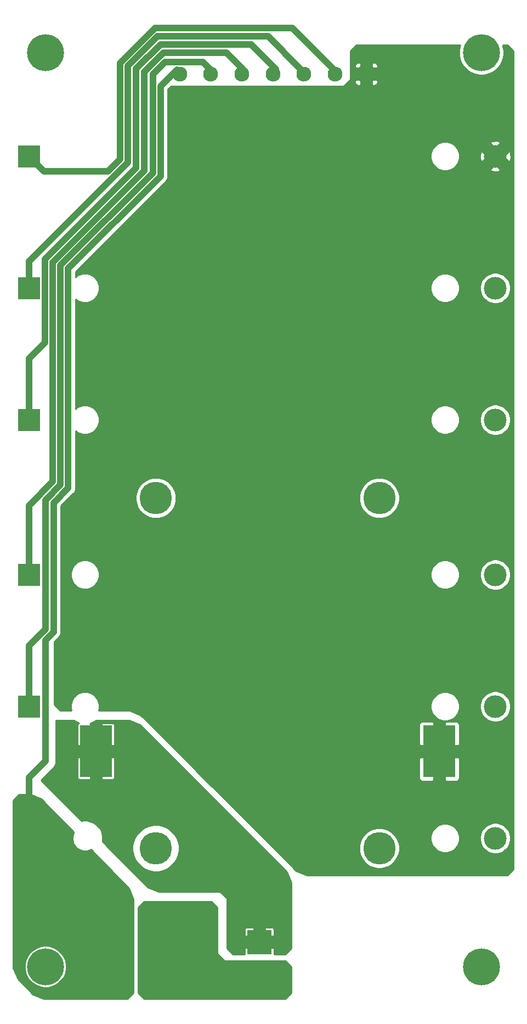
<source format=gbr>
%TF.GenerationSoftware,KiCad,Pcbnew,5.1.10*%
%TF.CreationDate,2021-10-06T22:42:20+01:00*%
%TF.ProjectId,BatteryPack,42617474-6572-4795-9061-636b2e6b6963,rev?*%
%TF.SameCoordinates,Original*%
%TF.FileFunction,Copper,L2,Bot*%
%TF.FilePolarity,Positive*%
%FSLAX46Y46*%
G04 Gerber Fmt 4.6, Leading zero omitted, Abs format (unit mm)*
G04 Created by KiCad (PCBNEW 5.1.10) date 2021-10-06 22:42:20*
%MOMM*%
%LPD*%
G01*
G04 APERTURE LIST*
%TA.AperFunction,SMDPad,CuDef*%
%ADD10R,5.000000X8.000000*%
%TD*%
%TA.AperFunction,ComponentPad*%
%ADD11C,5.000000*%
%TD*%
%TA.AperFunction,ComponentPad*%
%ADD12C,5.700000*%
%TD*%
%TA.AperFunction,ComponentPad*%
%ADD13C,2.300000*%
%TD*%
%TA.AperFunction,ComponentPad*%
%ADD14C,3.800000*%
%TD*%
%TA.AperFunction,ComponentPad*%
%ADD15R,3.800000X3.800000*%
%TD*%
%TA.AperFunction,ComponentPad*%
%ADD16O,1.524000X3.000000*%
%TD*%
%TA.AperFunction,ComponentPad*%
%ADD17R,3.500000X3.500000*%
%TD*%
%TA.AperFunction,ComponentPad*%
%ADD18C,3.500000*%
%TD*%
%TA.AperFunction,Conductor*%
%ADD19C,1.000000*%
%TD*%
%TA.AperFunction,Conductor*%
%ADD20C,0.254000*%
%TD*%
%TA.AperFunction,Conductor*%
%ADD21C,0.100000*%
%TD*%
G04 APERTURE END LIST*
D10*
%TO.P,J3,2*%
%TO.N,BAT-*%
X107780000Y-126816000D03*
%TO.P,J3,1*%
%TO.N,BMS_Source*%
X54780000Y-126816000D03*
D11*
%TO.P,J3,*%
%TO.N,*%
X64030000Y-87756000D03*
X98530000Y-87756000D03*
X98530000Y-141756000D03*
X64030000Y-141756000D03*
%TD*%
D12*
%TO.P,REF\u002A\u002A,1*%
%TO.N,N/C*%
X114300000Y-19050000D03*
%TD*%
%TO.P,REF\u002A\u002A,1*%
%TO.N,N/C*%
X46990000Y-19050000D03*
%TD*%
D13*
%TO.P,J2,7*%
%TO.N,BAT+*%
X67710000Y-22352000D03*
%TO.P,J2,6*%
%TO.N,BAT_BAL5*%
X72520000Y-22352000D03*
%TO.P,J2,5*%
%TO.N,BAT_BAL4*%
X77320000Y-22352000D03*
%TO.P,J2,4*%
%TO.N,BAT_BAL3*%
X82120000Y-22352000D03*
%TO.P,J2,3*%
%TO.N,BAT_BAL2*%
X86920000Y-22352000D03*
%TO.P,J2,2*%
%TO.N,BAT_BAL1*%
X91720000Y-22352000D03*
%TO.P,J2,1*%
%TO.N,BAT-*%
%TA.AperFunction,ComponentPad*%
G36*
G01*
X97670000Y-21452000D02*
X97670000Y-23252000D01*
G75*
G02*
X97420000Y-23502000I-250000J0D01*
G01*
X95620000Y-23502000D01*
G75*
G02*
X95370000Y-23252000I0J250000D01*
G01*
X95370000Y-21452000D01*
G75*
G02*
X95620000Y-21202000I250000J0D01*
G01*
X97420000Y-21202000D01*
G75*
G02*
X97670000Y-21452000I0J-250000D01*
G01*
G37*
%TD.AperFunction*%
%TD*%
D14*
%TO.P,J1,2*%
%TO.N,Net-(F1-Pad2)*%
X80010000Y-161210000D03*
D15*
%TO.P,J1,1*%
%TO.N,BMS_Source*%
X80010000Y-156210000D03*
%TD*%
D16*
%TO.P,F1,2*%
%TO.N,Net-(F1-Pad2)*%
X67056000Y-158750000D03*
X63246000Y-158750000D03*
%TO.P,F1,1*%
%TO.N,BAT+*%
X55118000Y-158750000D03*
X58928000Y-158750000D03*
%TD*%
D17*
%TO.P,BT6,1*%
%TO.N,BAT+*%
X44450000Y-140208000D03*
D18*
%TO.P,BT6,2*%
%TO.N,BAT_BAL5*%
X116450000Y-140208000D03*
%TD*%
D17*
%TO.P,BT5,1*%
%TO.N,BAT_BAL5*%
X44450000Y-119888000D03*
D18*
%TO.P,BT5,2*%
%TO.N,BAT_BAL4*%
X116450000Y-119888000D03*
%TD*%
D17*
%TO.P,BT4,1*%
%TO.N,BAT_BAL4*%
X44450000Y-99568000D03*
D18*
%TO.P,BT4,2*%
%TO.N,BAT_BAL3*%
X116450000Y-99568000D03*
%TD*%
D17*
%TO.P,BT3,1*%
%TO.N,BAT_BAL3*%
X44450000Y-75692000D03*
D18*
%TO.P,BT3,2*%
%TO.N,BAT_BAL2*%
X116450000Y-75692000D03*
%TD*%
D17*
%TO.P,BT2,1*%
%TO.N,BAT_BAL2*%
X44450000Y-55372000D03*
D18*
%TO.P,BT2,2*%
%TO.N,BAT_BAL1*%
X116450000Y-55372000D03*
%TD*%
D17*
%TO.P,BT1,1*%
%TO.N,BAT_BAL1*%
X44450000Y-35052000D03*
D18*
%TO.P,BT1,2*%
%TO.N,BAT-*%
X116450000Y-35052000D03*
%TD*%
D12*
%TO.P,REF\u002A\u002A,1*%
%TO.N,N/C*%
X114300000Y-160020000D03*
%TD*%
%TO.P,REF\u002A\u002A,1*%
%TO.N,N/C*%
X46990000Y-160020000D03*
%TD*%
D19*
%TO.N,BAT_BAL1*%
X58489989Y-35545512D02*
X58489989Y-20654658D01*
X56683500Y-37352001D02*
X58489989Y-35545512D01*
X46750001Y-37352001D02*
X56683500Y-37352001D01*
X44450000Y-35052000D02*
X46750001Y-37352001D01*
X85090000Y-15240000D02*
X91440000Y-21590000D01*
X63904647Y-15240000D02*
X85090000Y-15240000D01*
X58489989Y-20654658D02*
X63904647Y-15240000D01*
%TO.N,BAT_BAL2*%
X64261728Y-16579990D02*
X81349990Y-16579990D01*
X59690000Y-21151718D02*
X64261728Y-16579990D01*
X81349990Y-16579990D02*
X86360000Y-21590000D01*
X59690000Y-36042572D02*
X59690000Y-21151718D01*
X44450000Y-51282572D02*
X59690000Y-36042572D01*
X44450000Y-55372000D02*
X44450000Y-51282572D01*
%TO.N,BAT_BAL3*%
X78740000Y-17780000D02*
X82550000Y-21590000D01*
X60960000Y-21578789D02*
X64758789Y-17780000D01*
X60960000Y-36829999D02*
X60960000Y-21578789D01*
X46900001Y-50889998D02*
X60960000Y-36829999D01*
X46900001Y-63811000D02*
X46900001Y-50889998D01*
X44450000Y-66261001D02*
X46900001Y-63811000D01*
X64758789Y-17780000D02*
X78740000Y-17780000D01*
X44450000Y-74930000D02*
X44450000Y-66261001D01*
%TO.N,BAT_BAL4*%
X62230000Y-22005860D02*
X65185860Y-19050000D01*
X44450000Y-88900000D02*
X48100012Y-85249988D01*
X44450000Y-99060000D02*
X44450000Y-88900000D01*
X65185860Y-19050000D02*
X74930000Y-19050000D01*
X74930000Y-19050000D02*
X77470000Y-21590000D01*
X62230000Y-37257070D02*
X62230000Y-22005860D01*
X48100012Y-85249988D02*
X48100012Y-51387058D01*
X48100012Y-51387058D02*
X62230000Y-37257070D01*
%TO.N,BAT_BAL5*%
X49300023Y-51884118D02*
X63569989Y-37614152D01*
X46990000Y-88057070D02*
X49300023Y-85747048D01*
X44450000Y-110490000D02*
X46990000Y-107950000D01*
X63569989Y-22362941D02*
X65430932Y-20501998D01*
X49300023Y-85747048D02*
X49300023Y-51884118D01*
X65430932Y-20501998D02*
X71301999Y-20501999D01*
X46990000Y-107950000D02*
X46990000Y-88057070D01*
X71301999Y-20501999D02*
X72390000Y-21590000D01*
X44450000Y-119380000D02*
X44450000Y-110490000D01*
X63569989Y-37614152D02*
X63569989Y-22362941D01*
%TO.N,BAT+*%
X50500034Y-52381178D02*
X64770000Y-38111212D01*
X64770000Y-24242009D02*
X67310000Y-21702009D01*
X50500034Y-86244108D02*
X50500034Y-52381178D01*
X64770000Y-38111212D02*
X64770000Y-24242009D01*
X48260000Y-108377070D02*
X48260000Y-88484141D01*
X48260000Y-88484141D02*
X50500034Y-86244108D01*
X46990000Y-109647070D02*
X48260000Y-108377070D01*
X44450000Y-130810000D02*
X46990000Y-128270000D01*
X46990000Y-128270000D02*
X46990000Y-109647070D01*
X44450000Y-139700000D02*
X44450000Y-130810000D01*
%TD*%
D20*
%TO.N,BAT-*%
X110948927Y-18033463D02*
X110815000Y-18706758D01*
X110815000Y-19393242D01*
X110948927Y-20066537D01*
X111211633Y-20700766D01*
X111593024Y-21271558D01*
X112078442Y-21756976D01*
X112649234Y-22138367D01*
X113283463Y-22401073D01*
X113956758Y-22535000D01*
X114643242Y-22535000D01*
X115316537Y-22401073D01*
X115950766Y-22138367D01*
X116521558Y-21756976D01*
X117006976Y-21271558D01*
X117388367Y-20700766D01*
X117651073Y-20066537D01*
X117785000Y-19393242D01*
X117785000Y-18706758D01*
X117651073Y-18033463D01*
X117598690Y-17907000D01*
X118327394Y-17907000D01*
X119253000Y-18832606D01*
X119253000Y-144997394D01*
X118327394Y-145923000D01*
X87385263Y-145923000D01*
X85724834Y-145235228D01*
X81936835Y-141447229D01*
X95395000Y-141447229D01*
X95395000Y-142064771D01*
X95515476Y-142670446D01*
X95751799Y-143240979D01*
X96094886Y-143754446D01*
X96531554Y-144191114D01*
X97045021Y-144534201D01*
X97615554Y-144770524D01*
X98221229Y-144891000D01*
X98838771Y-144891000D01*
X99444446Y-144770524D01*
X100014979Y-144534201D01*
X100528446Y-144191114D01*
X100965114Y-143754446D01*
X101308201Y-143240979D01*
X101544524Y-142670446D01*
X101665000Y-142064771D01*
X101665000Y-141447229D01*
X101544524Y-140841554D01*
X101308201Y-140271021D01*
X101119008Y-139987872D01*
X106470000Y-139987872D01*
X106470000Y-140428128D01*
X106555890Y-140859925D01*
X106724369Y-141266669D01*
X106968962Y-141632729D01*
X107280271Y-141944038D01*
X107646331Y-142188631D01*
X108053075Y-142357110D01*
X108484872Y-142443000D01*
X108925128Y-142443000D01*
X109356925Y-142357110D01*
X109763669Y-142188631D01*
X110129729Y-141944038D01*
X110441038Y-141632729D01*
X110685631Y-141266669D01*
X110854110Y-140859925D01*
X110940000Y-140428128D01*
X110940000Y-139987872D01*
X110937062Y-139973098D01*
X114065000Y-139973098D01*
X114065000Y-140442902D01*
X114156654Y-140903679D01*
X114336440Y-141337721D01*
X114597450Y-141728349D01*
X114929651Y-142060550D01*
X115320279Y-142321560D01*
X115754321Y-142501346D01*
X116215098Y-142593000D01*
X116684902Y-142593000D01*
X117145679Y-142501346D01*
X117579721Y-142321560D01*
X117970349Y-142060550D01*
X118302550Y-141728349D01*
X118563560Y-141337721D01*
X118743346Y-140903679D01*
X118835000Y-140442902D01*
X118835000Y-139973098D01*
X118743346Y-139512321D01*
X118563560Y-139078279D01*
X118302550Y-138687651D01*
X117970349Y-138355450D01*
X117579721Y-138094440D01*
X117145679Y-137914654D01*
X116684902Y-137823000D01*
X116215098Y-137823000D01*
X115754321Y-137914654D01*
X115320279Y-138094440D01*
X114929651Y-138355450D01*
X114597450Y-138687651D01*
X114336440Y-139078279D01*
X114156654Y-139512321D01*
X114065000Y-139973098D01*
X110937062Y-139973098D01*
X110854110Y-139556075D01*
X110685631Y-139149331D01*
X110441038Y-138783271D01*
X110129729Y-138471962D01*
X109763669Y-138227369D01*
X109356925Y-138058890D01*
X108925128Y-137973000D01*
X108484872Y-137973000D01*
X108053075Y-138058890D01*
X107646331Y-138227369D01*
X107280271Y-138471962D01*
X106968962Y-138783271D01*
X106724369Y-139149331D01*
X106555890Y-139556075D01*
X106470000Y-139987872D01*
X101119008Y-139987872D01*
X100965114Y-139757554D01*
X100528446Y-139320886D01*
X100014979Y-138977799D01*
X99444446Y-138741476D01*
X98838771Y-138621000D01*
X98221229Y-138621000D01*
X97615554Y-138741476D01*
X97045021Y-138977799D01*
X96531554Y-139320886D01*
X96094886Y-139757554D01*
X95751799Y-140271021D01*
X95515476Y-140841554D01*
X95395000Y-141447229D01*
X81936835Y-141447229D01*
X71305606Y-130816000D01*
X104641928Y-130816000D01*
X104654188Y-130940482D01*
X104690498Y-131060180D01*
X104749463Y-131170494D01*
X104828815Y-131267185D01*
X104925506Y-131346537D01*
X105035820Y-131405502D01*
X105155518Y-131441812D01*
X105280000Y-131454072D01*
X106748250Y-131451000D01*
X106907000Y-131292250D01*
X106907000Y-127689000D01*
X108653000Y-127689000D01*
X108653000Y-131292250D01*
X108811750Y-131451000D01*
X110280000Y-131454072D01*
X110404482Y-131441812D01*
X110524180Y-131405502D01*
X110634494Y-131346537D01*
X110731185Y-131267185D01*
X110810537Y-131170494D01*
X110869502Y-131060180D01*
X110905812Y-130940482D01*
X110918072Y-130816000D01*
X110915000Y-127847750D01*
X110756250Y-127689000D01*
X108653000Y-127689000D01*
X106907000Y-127689000D01*
X104803750Y-127689000D01*
X104645000Y-127847750D01*
X104641928Y-130816000D01*
X71305606Y-130816000D01*
X63305606Y-122816000D01*
X104641928Y-122816000D01*
X104645000Y-125784250D01*
X104803750Y-125943000D01*
X106907000Y-125943000D01*
X106907000Y-122339750D01*
X108653000Y-122339750D01*
X108653000Y-125943000D01*
X110756250Y-125943000D01*
X110915000Y-125784250D01*
X110918072Y-122816000D01*
X110905812Y-122691518D01*
X110869502Y-122571820D01*
X110810537Y-122461506D01*
X110731185Y-122364815D01*
X110634494Y-122285463D01*
X110524180Y-122226498D01*
X110404482Y-122190188D01*
X110280000Y-122177928D01*
X108811750Y-122181000D01*
X108653000Y-122339750D01*
X106907000Y-122339750D01*
X106748250Y-122181000D01*
X105280000Y-122177928D01*
X105155518Y-122190188D01*
X105035820Y-122226498D01*
X104925506Y-122285463D01*
X104828815Y-122364815D01*
X104749463Y-122461506D01*
X104690498Y-122571820D01*
X104654188Y-122691518D01*
X104641928Y-122816000D01*
X63305606Y-122816000D01*
X61756910Y-121267304D01*
X61737664Y-121251510D01*
X61715708Y-121239774D01*
X60008601Y-120532667D01*
X59984776Y-120525440D01*
X59960000Y-120523000D01*
X55247477Y-120523000D01*
X55330000Y-120108128D01*
X55330000Y-119667872D01*
X106470000Y-119667872D01*
X106470000Y-120108128D01*
X106555890Y-120539925D01*
X106724369Y-120946669D01*
X106968962Y-121312729D01*
X107280271Y-121624038D01*
X107646331Y-121868631D01*
X108053075Y-122037110D01*
X108484872Y-122123000D01*
X108925128Y-122123000D01*
X109356925Y-122037110D01*
X109763669Y-121868631D01*
X110129729Y-121624038D01*
X110441038Y-121312729D01*
X110685631Y-120946669D01*
X110854110Y-120539925D01*
X110940000Y-120108128D01*
X110940000Y-119667872D01*
X110937062Y-119653098D01*
X114065000Y-119653098D01*
X114065000Y-120122902D01*
X114156654Y-120583679D01*
X114336440Y-121017721D01*
X114597450Y-121408349D01*
X114929651Y-121740550D01*
X115320279Y-122001560D01*
X115754321Y-122181346D01*
X116215098Y-122273000D01*
X116684902Y-122273000D01*
X117145679Y-122181346D01*
X117579721Y-122001560D01*
X117970349Y-121740550D01*
X118302550Y-121408349D01*
X118563560Y-121017721D01*
X118743346Y-120583679D01*
X118835000Y-120122902D01*
X118835000Y-119653098D01*
X118743346Y-119192321D01*
X118563560Y-118758279D01*
X118302550Y-118367651D01*
X117970349Y-118035450D01*
X117579721Y-117774440D01*
X117145679Y-117594654D01*
X116684902Y-117503000D01*
X116215098Y-117503000D01*
X115754321Y-117594654D01*
X115320279Y-117774440D01*
X114929651Y-118035450D01*
X114597450Y-118367651D01*
X114336440Y-118758279D01*
X114156654Y-119192321D01*
X114065000Y-119653098D01*
X110937062Y-119653098D01*
X110854110Y-119236075D01*
X110685631Y-118829331D01*
X110441038Y-118463271D01*
X110129729Y-118151962D01*
X109763669Y-117907369D01*
X109356925Y-117738890D01*
X108925128Y-117653000D01*
X108484872Y-117653000D01*
X108053075Y-117738890D01*
X107646331Y-117907369D01*
X107280271Y-118151962D01*
X106968962Y-118463271D01*
X106724369Y-118829331D01*
X106555890Y-119236075D01*
X106470000Y-119667872D01*
X55330000Y-119667872D01*
X55244110Y-119236075D01*
X55075631Y-118829331D01*
X54831038Y-118463271D01*
X54519729Y-118151962D01*
X54153669Y-117907369D01*
X53746925Y-117738890D01*
X53315128Y-117653000D01*
X52874872Y-117653000D01*
X52443075Y-117738890D01*
X52036331Y-117907369D01*
X51670271Y-118151962D01*
X51358962Y-118463271D01*
X51114369Y-118829331D01*
X50945890Y-119236075D01*
X50860000Y-119667872D01*
X50860000Y-120108128D01*
X50942523Y-120523000D01*
X49312606Y-120523000D01*
X48387000Y-119597394D01*
X48387000Y-109855201D01*
X49023140Y-109219062D01*
X49066449Y-109183519D01*
X49208284Y-109010693D01*
X49313676Y-108813517D01*
X49378577Y-108599569D01*
X49395000Y-108432822D01*
X49395000Y-108432815D01*
X49400490Y-108377071D01*
X49395000Y-108321327D01*
X49395000Y-99347872D01*
X50860000Y-99347872D01*
X50860000Y-99788128D01*
X50945890Y-100219925D01*
X51114369Y-100626669D01*
X51358962Y-100992729D01*
X51670271Y-101304038D01*
X52036331Y-101548631D01*
X52443075Y-101717110D01*
X52874872Y-101803000D01*
X53315128Y-101803000D01*
X53746925Y-101717110D01*
X54153669Y-101548631D01*
X54519729Y-101304038D01*
X54831038Y-100992729D01*
X55075631Y-100626669D01*
X55244110Y-100219925D01*
X55330000Y-99788128D01*
X55330000Y-99347872D01*
X106470000Y-99347872D01*
X106470000Y-99788128D01*
X106555890Y-100219925D01*
X106724369Y-100626669D01*
X106968962Y-100992729D01*
X107280271Y-101304038D01*
X107646331Y-101548631D01*
X108053075Y-101717110D01*
X108484872Y-101803000D01*
X108925128Y-101803000D01*
X109356925Y-101717110D01*
X109763669Y-101548631D01*
X110129729Y-101304038D01*
X110441038Y-100992729D01*
X110685631Y-100626669D01*
X110854110Y-100219925D01*
X110940000Y-99788128D01*
X110940000Y-99347872D01*
X110937062Y-99333098D01*
X114065000Y-99333098D01*
X114065000Y-99802902D01*
X114156654Y-100263679D01*
X114336440Y-100697721D01*
X114597450Y-101088349D01*
X114929651Y-101420550D01*
X115320279Y-101681560D01*
X115754321Y-101861346D01*
X116215098Y-101953000D01*
X116684902Y-101953000D01*
X117145679Y-101861346D01*
X117579721Y-101681560D01*
X117970349Y-101420550D01*
X118302550Y-101088349D01*
X118563560Y-100697721D01*
X118743346Y-100263679D01*
X118835000Y-99802902D01*
X118835000Y-99333098D01*
X118743346Y-98872321D01*
X118563560Y-98438279D01*
X118302550Y-98047651D01*
X117970349Y-97715450D01*
X117579721Y-97454440D01*
X117145679Y-97274654D01*
X116684902Y-97183000D01*
X116215098Y-97183000D01*
X115754321Y-97274654D01*
X115320279Y-97454440D01*
X114929651Y-97715450D01*
X114597450Y-98047651D01*
X114336440Y-98438279D01*
X114156654Y-98872321D01*
X114065000Y-99333098D01*
X110937062Y-99333098D01*
X110854110Y-98916075D01*
X110685631Y-98509331D01*
X110441038Y-98143271D01*
X110129729Y-97831962D01*
X109763669Y-97587369D01*
X109356925Y-97418890D01*
X108925128Y-97333000D01*
X108484872Y-97333000D01*
X108053075Y-97418890D01*
X107646331Y-97587369D01*
X107280271Y-97831962D01*
X106968962Y-98143271D01*
X106724369Y-98509331D01*
X106555890Y-98916075D01*
X106470000Y-99347872D01*
X55330000Y-99347872D01*
X55244110Y-98916075D01*
X55075631Y-98509331D01*
X54831038Y-98143271D01*
X54519729Y-97831962D01*
X54153669Y-97587369D01*
X53746925Y-97418890D01*
X53315128Y-97333000D01*
X52874872Y-97333000D01*
X52443075Y-97418890D01*
X52036331Y-97587369D01*
X51670271Y-97831962D01*
X51358962Y-98143271D01*
X51114369Y-98509331D01*
X50945890Y-98916075D01*
X50860000Y-99347872D01*
X49395000Y-99347872D01*
X49395000Y-88954272D01*
X50902044Y-87447229D01*
X60895000Y-87447229D01*
X60895000Y-88064771D01*
X61015476Y-88670446D01*
X61251799Y-89240979D01*
X61594886Y-89754446D01*
X62031554Y-90191114D01*
X62545021Y-90534201D01*
X63115554Y-90770524D01*
X63721229Y-90891000D01*
X64338771Y-90891000D01*
X64944446Y-90770524D01*
X65514979Y-90534201D01*
X66028446Y-90191114D01*
X66465114Y-89754446D01*
X66808201Y-89240979D01*
X67044524Y-88670446D01*
X67165000Y-88064771D01*
X67165000Y-87447229D01*
X95395000Y-87447229D01*
X95395000Y-88064771D01*
X95515476Y-88670446D01*
X95751799Y-89240979D01*
X96094886Y-89754446D01*
X96531554Y-90191114D01*
X97045021Y-90534201D01*
X97615554Y-90770524D01*
X98221229Y-90891000D01*
X98838771Y-90891000D01*
X99444446Y-90770524D01*
X100014979Y-90534201D01*
X100528446Y-90191114D01*
X100965114Y-89754446D01*
X101308201Y-89240979D01*
X101544524Y-88670446D01*
X101665000Y-88064771D01*
X101665000Y-87447229D01*
X101544524Y-86841554D01*
X101308201Y-86271021D01*
X100965114Y-85757554D01*
X100528446Y-85320886D01*
X100014979Y-84977799D01*
X99444446Y-84741476D01*
X98838771Y-84621000D01*
X98221229Y-84621000D01*
X97615554Y-84741476D01*
X97045021Y-84977799D01*
X96531554Y-85320886D01*
X96094886Y-85757554D01*
X95751799Y-86271021D01*
X95515476Y-86841554D01*
X95395000Y-87447229D01*
X67165000Y-87447229D01*
X67044524Y-86841554D01*
X66808201Y-86271021D01*
X66465114Y-85757554D01*
X66028446Y-85320886D01*
X65514979Y-84977799D01*
X64944446Y-84741476D01*
X64338771Y-84621000D01*
X63721229Y-84621000D01*
X63115554Y-84741476D01*
X62545021Y-84977799D01*
X62031554Y-85320886D01*
X61594886Y-85757554D01*
X61251799Y-86271021D01*
X61015476Y-86841554D01*
X60895000Y-87447229D01*
X50902044Y-87447229D01*
X51263174Y-87086100D01*
X51306483Y-87050557D01*
X51448318Y-86877731D01*
X51553710Y-86680555D01*
X51618611Y-86466607D01*
X51635034Y-86299860D01*
X51635034Y-86299859D01*
X51640525Y-86244109D01*
X51635034Y-86188357D01*
X51635034Y-77392801D01*
X51670271Y-77428038D01*
X52036331Y-77672631D01*
X52443075Y-77841110D01*
X52874872Y-77927000D01*
X53315128Y-77927000D01*
X53746925Y-77841110D01*
X54153669Y-77672631D01*
X54519729Y-77428038D01*
X54831038Y-77116729D01*
X55075631Y-76750669D01*
X55244110Y-76343925D01*
X55330000Y-75912128D01*
X55330000Y-75471872D01*
X106470000Y-75471872D01*
X106470000Y-75912128D01*
X106555890Y-76343925D01*
X106724369Y-76750669D01*
X106968962Y-77116729D01*
X107280271Y-77428038D01*
X107646331Y-77672631D01*
X108053075Y-77841110D01*
X108484872Y-77927000D01*
X108925128Y-77927000D01*
X109356925Y-77841110D01*
X109763669Y-77672631D01*
X110129729Y-77428038D01*
X110441038Y-77116729D01*
X110685631Y-76750669D01*
X110854110Y-76343925D01*
X110940000Y-75912128D01*
X110940000Y-75471872D01*
X110937062Y-75457098D01*
X114065000Y-75457098D01*
X114065000Y-75926902D01*
X114156654Y-76387679D01*
X114336440Y-76821721D01*
X114597450Y-77212349D01*
X114929651Y-77544550D01*
X115320279Y-77805560D01*
X115754321Y-77985346D01*
X116215098Y-78077000D01*
X116684902Y-78077000D01*
X117145679Y-77985346D01*
X117579721Y-77805560D01*
X117970349Y-77544550D01*
X118302550Y-77212349D01*
X118563560Y-76821721D01*
X118743346Y-76387679D01*
X118835000Y-75926902D01*
X118835000Y-75457098D01*
X118743346Y-74996321D01*
X118563560Y-74562279D01*
X118302550Y-74171651D01*
X117970349Y-73839450D01*
X117579721Y-73578440D01*
X117145679Y-73398654D01*
X116684902Y-73307000D01*
X116215098Y-73307000D01*
X115754321Y-73398654D01*
X115320279Y-73578440D01*
X114929651Y-73839450D01*
X114597450Y-74171651D01*
X114336440Y-74562279D01*
X114156654Y-74996321D01*
X114065000Y-75457098D01*
X110937062Y-75457098D01*
X110854110Y-75040075D01*
X110685631Y-74633331D01*
X110441038Y-74267271D01*
X110129729Y-73955962D01*
X109763669Y-73711369D01*
X109356925Y-73542890D01*
X108925128Y-73457000D01*
X108484872Y-73457000D01*
X108053075Y-73542890D01*
X107646331Y-73711369D01*
X107280271Y-73955962D01*
X106968962Y-74267271D01*
X106724369Y-74633331D01*
X106555890Y-75040075D01*
X106470000Y-75471872D01*
X55330000Y-75471872D01*
X55244110Y-75040075D01*
X55075631Y-74633331D01*
X54831038Y-74267271D01*
X54519729Y-73955962D01*
X54153669Y-73711369D01*
X53746925Y-73542890D01*
X53315128Y-73457000D01*
X52874872Y-73457000D01*
X52443075Y-73542890D01*
X52036331Y-73711369D01*
X51670271Y-73955962D01*
X51635034Y-73991199D01*
X51635034Y-57072801D01*
X51670271Y-57108038D01*
X52036331Y-57352631D01*
X52443075Y-57521110D01*
X52874872Y-57607000D01*
X53315128Y-57607000D01*
X53746925Y-57521110D01*
X54153669Y-57352631D01*
X54519729Y-57108038D01*
X54831038Y-56796729D01*
X55075631Y-56430669D01*
X55244110Y-56023925D01*
X55330000Y-55592128D01*
X55330000Y-55151872D01*
X106470000Y-55151872D01*
X106470000Y-55592128D01*
X106555890Y-56023925D01*
X106724369Y-56430669D01*
X106968962Y-56796729D01*
X107280271Y-57108038D01*
X107646331Y-57352631D01*
X108053075Y-57521110D01*
X108484872Y-57607000D01*
X108925128Y-57607000D01*
X109356925Y-57521110D01*
X109763669Y-57352631D01*
X110129729Y-57108038D01*
X110441038Y-56796729D01*
X110685631Y-56430669D01*
X110854110Y-56023925D01*
X110940000Y-55592128D01*
X110940000Y-55151872D01*
X110937062Y-55137098D01*
X114065000Y-55137098D01*
X114065000Y-55606902D01*
X114156654Y-56067679D01*
X114336440Y-56501721D01*
X114597450Y-56892349D01*
X114929651Y-57224550D01*
X115320279Y-57485560D01*
X115754321Y-57665346D01*
X116215098Y-57757000D01*
X116684902Y-57757000D01*
X117145679Y-57665346D01*
X117579721Y-57485560D01*
X117970349Y-57224550D01*
X118302550Y-56892349D01*
X118563560Y-56501721D01*
X118743346Y-56067679D01*
X118835000Y-55606902D01*
X118835000Y-55137098D01*
X118743346Y-54676321D01*
X118563560Y-54242279D01*
X118302550Y-53851651D01*
X117970349Y-53519450D01*
X117579721Y-53258440D01*
X117145679Y-53078654D01*
X116684902Y-52987000D01*
X116215098Y-52987000D01*
X115754321Y-53078654D01*
X115320279Y-53258440D01*
X114929651Y-53519450D01*
X114597450Y-53851651D01*
X114336440Y-54242279D01*
X114156654Y-54676321D01*
X114065000Y-55137098D01*
X110937062Y-55137098D01*
X110854110Y-54720075D01*
X110685631Y-54313331D01*
X110441038Y-53947271D01*
X110129729Y-53635962D01*
X109763669Y-53391369D01*
X109356925Y-53222890D01*
X108925128Y-53137000D01*
X108484872Y-53137000D01*
X108053075Y-53222890D01*
X107646331Y-53391369D01*
X107280271Y-53635962D01*
X106968962Y-53947271D01*
X106724369Y-54313331D01*
X106555890Y-54720075D01*
X106470000Y-55151872D01*
X55330000Y-55151872D01*
X55244110Y-54720075D01*
X55075631Y-54313331D01*
X54831038Y-53947271D01*
X54519729Y-53635962D01*
X54153669Y-53391369D01*
X53746925Y-53222890D01*
X53315128Y-53137000D01*
X52874872Y-53137000D01*
X52443075Y-53222890D01*
X52036331Y-53391369D01*
X51670271Y-53635962D01*
X51635034Y-53671199D01*
X51635034Y-52851309D01*
X65533141Y-38953203D01*
X65576449Y-38917661D01*
X65718284Y-38744835D01*
X65823676Y-38547659D01*
X65888577Y-38333711D01*
X65905000Y-38166964D01*
X65905000Y-38166955D01*
X65910490Y-38111213D01*
X65905000Y-38055471D01*
X65905000Y-34831872D01*
X106470000Y-34831872D01*
X106470000Y-35272128D01*
X106555890Y-35703925D01*
X106724369Y-36110669D01*
X106968962Y-36476729D01*
X107280271Y-36788038D01*
X107646331Y-37032631D01*
X108053075Y-37201110D01*
X108484872Y-37287000D01*
X108925128Y-37287000D01*
X109356925Y-37201110D01*
X109537573Y-37126283D01*
X115610326Y-37126283D01*
X115844407Y-37370763D01*
X116308411Y-37444354D01*
X116777857Y-37426008D01*
X117055593Y-37370763D01*
X117289674Y-37126283D01*
X116450000Y-36286608D01*
X115610326Y-37126283D01*
X109537573Y-37126283D01*
X109763669Y-37032631D01*
X110129729Y-36788038D01*
X110441038Y-36476729D01*
X110685631Y-36110669D01*
X110854110Y-35703925D01*
X110940000Y-35272128D01*
X110940000Y-34910411D01*
X114057646Y-34910411D01*
X114075992Y-35379857D01*
X114131237Y-35657593D01*
X114375717Y-35891674D01*
X115215392Y-35052000D01*
X117684608Y-35052000D01*
X118524283Y-35891674D01*
X118768763Y-35657593D01*
X118842354Y-35193589D01*
X118824008Y-34724143D01*
X118768763Y-34446407D01*
X118524283Y-34212326D01*
X117684608Y-35052000D01*
X115215392Y-35052000D01*
X114375717Y-34212326D01*
X114131237Y-34446407D01*
X114057646Y-34910411D01*
X110940000Y-34910411D01*
X110940000Y-34831872D01*
X110854110Y-34400075D01*
X110685631Y-33993331D01*
X110441038Y-33627271D01*
X110129729Y-33315962D01*
X109763669Y-33071369D01*
X109537574Y-32977717D01*
X115610326Y-32977717D01*
X116450000Y-33817392D01*
X117289674Y-32977717D01*
X117055593Y-32733237D01*
X116591589Y-32659646D01*
X116122143Y-32677992D01*
X115844407Y-32733237D01*
X115610326Y-32977717D01*
X109537574Y-32977717D01*
X109356925Y-32902890D01*
X108925128Y-32817000D01*
X108484872Y-32817000D01*
X108053075Y-32902890D01*
X107646331Y-33071369D01*
X107280271Y-33315962D01*
X106968962Y-33627271D01*
X106724369Y-33993331D01*
X106555890Y-34400075D01*
X106470000Y-34831872D01*
X65905000Y-34831872D01*
X65905000Y-24712140D01*
X66360141Y-24257000D01*
X92980000Y-24257000D01*
X93004776Y-24254560D01*
X93028601Y-24247333D01*
X93050557Y-24235597D01*
X93069803Y-24219803D01*
X93787606Y-23502000D01*
X94731928Y-23502000D01*
X94744188Y-23626482D01*
X94780498Y-23746180D01*
X94839463Y-23856494D01*
X94918815Y-23953185D01*
X95015506Y-24032537D01*
X95125820Y-24091502D01*
X95245518Y-24127812D01*
X95370000Y-24140072D01*
X95488250Y-24137000D01*
X95647000Y-23978250D01*
X95647000Y-23225000D01*
X97393000Y-23225000D01*
X97393000Y-23978250D01*
X97551750Y-24137000D01*
X97670000Y-24140072D01*
X97794482Y-24127812D01*
X97914180Y-24091502D01*
X98024494Y-24032537D01*
X98121185Y-23953185D01*
X98200537Y-23856494D01*
X98259502Y-23746180D01*
X98295812Y-23626482D01*
X98308072Y-23502000D01*
X98305000Y-23383750D01*
X98146250Y-23225000D01*
X97393000Y-23225000D01*
X95647000Y-23225000D01*
X94893750Y-23225000D01*
X94735000Y-23383750D01*
X94731928Y-23502000D01*
X93787606Y-23502000D01*
X94069803Y-23219803D01*
X94085597Y-23200557D01*
X94097333Y-23178601D01*
X94104560Y-23154776D01*
X94107000Y-23130000D01*
X94107000Y-21202000D01*
X94731928Y-21202000D01*
X94735000Y-21320250D01*
X94893750Y-21479000D01*
X95647000Y-21479000D01*
X95647000Y-20725750D01*
X97393000Y-20725750D01*
X97393000Y-21479000D01*
X98146250Y-21479000D01*
X98305000Y-21320250D01*
X98308072Y-21202000D01*
X98295812Y-21077518D01*
X98259502Y-20957820D01*
X98200537Y-20847506D01*
X98121185Y-20750815D01*
X98024494Y-20671463D01*
X97914180Y-20612498D01*
X97794482Y-20576188D01*
X97670000Y-20563928D01*
X97551750Y-20567000D01*
X97393000Y-20725750D01*
X95647000Y-20725750D01*
X95488250Y-20567000D01*
X95370000Y-20563928D01*
X95245518Y-20576188D01*
X95125820Y-20612498D01*
X95015506Y-20671463D01*
X94918815Y-20750815D01*
X94839463Y-20847506D01*
X94780498Y-20957820D01*
X94744188Y-21077518D01*
X94731928Y-21202000D01*
X94107000Y-21202000D01*
X94107000Y-18832606D01*
X95032606Y-17907000D01*
X111001310Y-17907000D01*
X110948927Y-18033463D01*
%TA.AperFunction,Conductor*%
D21*
G36*
X110948927Y-18033463D02*
G01*
X110815000Y-18706758D01*
X110815000Y-19393242D01*
X110948927Y-20066537D01*
X111211633Y-20700766D01*
X111593024Y-21271558D01*
X112078442Y-21756976D01*
X112649234Y-22138367D01*
X113283463Y-22401073D01*
X113956758Y-22535000D01*
X114643242Y-22535000D01*
X115316537Y-22401073D01*
X115950766Y-22138367D01*
X116521558Y-21756976D01*
X117006976Y-21271558D01*
X117388367Y-20700766D01*
X117651073Y-20066537D01*
X117785000Y-19393242D01*
X117785000Y-18706758D01*
X117651073Y-18033463D01*
X117598690Y-17907000D01*
X118327394Y-17907000D01*
X119253000Y-18832606D01*
X119253000Y-144997394D01*
X118327394Y-145923000D01*
X87385263Y-145923000D01*
X85724834Y-145235228D01*
X81936835Y-141447229D01*
X95395000Y-141447229D01*
X95395000Y-142064771D01*
X95515476Y-142670446D01*
X95751799Y-143240979D01*
X96094886Y-143754446D01*
X96531554Y-144191114D01*
X97045021Y-144534201D01*
X97615554Y-144770524D01*
X98221229Y-144891000D01*
X98838771Y-144891000D01*
X99444446Y-144770524D01*
X100014979Y-144534201D01*
X100528446Y-144191114D01*
X100965114Y-143754446D01*
X101308201Y-143240979D01*
X101544524Y-142670446D01*
X101665000Y-142064771D01*
X101665000Y-141447229D01*
X101544524Y-140841554D01*
X101308201Y-140271021D01*
X101119008Y-139987872D01*
X106470000Y-139987872D01*
X106470000Y-140428128D01*
X106555890Y-140859925D01*
X106724369Y-141266669D01*
X106968962Y-141632729D01*
X107280271Y-141944038D01*
X107646331Y-142188631D01*
X108053075Y-142357110D01*
X108484872Y-142443000D01*
X108925128Y-142443000D01*
X109356925Y-142357110D01*
X109763669Y-142188631D01*
X110129729Y-141944038D01*
X110441038Y-141632729D01*
X110685631Y-141266669D01*
X110854110Y-140859925D01*
X110940000Y-140428128D01*
X110940000Y-139987872D01*
X110937062Y-139973098D01*
X114065000Y-139973098D01*
X114065000Y-140442902D01*
X114156654Y-140903679D01*
X114336440Y-141337721D01*
X114597450Y-141728349D01*
X114929651Y-142060550D01*
X115320279Y-142321560D01*
X115754321Y-142501346D01*
X116215098Y-142593000D01*
X116684902Y-142593000D01*
X117145679Y-142501346D01*
X117579721Y-142321560D01*
X117970349Y-142060550D01*
X118302550Y-141728349D01*
X118563560Y-141337721D01*
X118743346Y-140903679D01*
X118835000Y-140442902D01*
X118835000Y-139973098D01*
X118743346Y-139512321D01*
X118563560Y-139078279D01*
X118302550Y-138687651D01*
X117970349Y-138355450D01*
X117579721Y-138094440D01*
X117145679Y-137914654D01*
X116684902Y-137823000D01*
X116215098Y-137823000D01*
X115754321Y-137914654D01*
X115320279Y-138094440D01*
X114929651Y-138355450D01*
X114597450Y-138687651D01*
X114336440Y-139078279D01*
X114156654Y-139512321D01*
X114065000Y-139973098D01*
X110937062Y-139973098D01*
X110854110Y-139556075D01*
X110685631Y-139149331D01*
X110441038Y-138783271D01*
X110129729Y-138471962D01*
X109763669Y-138227369D01*
X109356925Y-138058890D01*
X108925128Y-137973000D01*
X108484872Y-137973000D01*
X108053075Y-138058890D01*
X107646331Y-138227369D01*
X107280271Y-138471962D01*
X106968962Y-138783271D01*
X106724369Y-139149331D01*
X106555890Y-139556075D01*
X106470000Y-139987872D01*
X101119008Y-139987872D01*
X100965114Y-139757554D01*
X100528446Y-139320886D01*
X100014979Y-138977799D01*
X99444446Y-138741476D01*
X98838771Y-138621000D01*
X98221229Y-138621000D01*
X97615554Y-138741476D01*
X97045021Y-138977799D01*
X96531554Y-139320886D01*
X96094886Y-139757554D01*
X95751799Y-140271021D01*
X95515476Y-140841554D01*
X95395000Y-141447229D01*
X81936835Y-141447229D01*
X71305606Y-130816000D01*
X104641928Y-130816000D01*
X104654188Y-130940482D01*
X104690498Y-131060180D01*
X104749463Y-131170494D01*
X104828815Y-131267185D01*
X104925506Y-131346537D01*
X105035820Y-131405502D01*
X105155518Y-131441812D01*
X105280000Y-131454072D01*
X106748250Y-131451000D01*
X106907000Y-131292250D01*
X106907000Y-127689000D01*
X108653000Y-127689000D01*
X108653000Y-131292250D01*
X108811750Y-131451000D01*
X110280000Y-131454072D01*
X110404482Y-131441812D01*
X110524180Y-131405502D01*
X110634494Y-131346537D01*
X110731185Y-131267185D01*
X110810537Y-131170494D01*
X110869502Y-131060180D01*
X110905812Y-130940482D01*
X110918072Y-130816000D01*
X110915000Y-127847750D01*
X110756250Y-127689000D01*
X108653000Y-127689000D01*
X106907000Y-127689000D01*
X104803750Y-127689000D01*
X104645000Y-127847750D01*
X104641928Y-130816000D01*
X71305606Y-130816000D01*
X63305606Y-122816000D01*
X104641928Y-122816000D01*
X104645000Y-125784250D01*
X104803750Y-125943000D01*
X106907000Y-125943000D01*
X106907000Y-122339750D01*
X108653000Y-122339750D01*
X108653000Y-125943000D01*
X110756250Y-125943000D01*
X110915000Y-125784250D01*
X110918072Y-122816000D01*
X110905812Y-122691518D01*
X110869502Y-122571820D01*
X110810537Y-122461506D01*
X110731185Y-122364815D01*
X110634494Y-122285463D01*
X110524180Y-122226498D01*
X110404482Y-122190188D01*
X110280000Y-122177928D01*
X108811750Y-122181000D01*
X108653000Y-122339750D01*
X106907000Y-122339750D01*
X106748250Y-122181000D01*
X105280000Y-122177928D01*
X105155518Y-122190188D01*
X105035820Y-122226498D01*
X104925506Y-122285463D01*
X104828815Y-122364815D01*
X104749463Y-122461506D01*
X104690498Y-122571820D01*
X104654188Y-122691518D01*
X104641928Y-122816000D01*
X63305606Y-122816000D01*
X61756910Y-121267304D01*
X61737664Y-121251510D01*
X61715708Y-121239774D01*
X60008601Y-120532667D01*
X59984776Y-120525440D01*
X59960000Y-120523000D01*
X55247477Y-120523000D01*
X55330000Y-120108128D01*
X55330000Y-119667872D01*
X106470000Y-119667872D01*
X106470000Y-120108128D01*
X106555890Y-120539925D01*
X106724369Y-120946669D01*
X106968962Y-121312729D01*
X107280271Y-121624038D01*
X107646331Y-121868631D01*
X108053075Y-122037110D01*
X108484872Y-122123000D01*
X108925128Y-122123000D01*
X109356925Y-122037110D01*
X109763669Y-121868631D01*
X110129729Y-121624038D01*
X110441038Y-121312729D01*
X110685631Y-120946669D01*
X110854110Y-120539925D01*
X110940000Y-120108128D01*
X110940000Y-119667872D01*
X110937062Y-119653098D01*
X114065000Y-119653098D01*
X114065000Y-120122902D01*
X114156654Y-120583679D01*
X114336440Y-121017721D01*
X114597450Y-121408349D01*
X114929651Y-121740550D01*
X115320279Y-122001560D01*
X115754321Y-122181346D01*
X116215098Y-122273000D01*
X116684902Y-122273000D01*
X117145679Y-122181346D01*
X117579721Y-122001560D01*
X117970349Y-121740550D01*
X118302550Y-121408349D01*
X118563560Y-121017721D01*
X118743346Y-120583679D01*
X118835000Y-120122902D01*
X118835000Y-119653098D01*
X118743346Y-119192321D01*
X118563560Y-118758279D01*
X118302550Y-118367651D01*
X117970349Y-118035450D01*
X117579721Y-117774440D01*
X117145679Y-117594654D01*
X116684902Y-117503000D01*
X116215098Y-117503000D01*
X115754321Y-117594654D01*
X115320279Y-117774440D01*
X114929651Y-118035450D01*
X114597450Y-118367651D01*
X114336440Y-118758279D01*
X114156654Y-119192321D01*
X114065000Y-119653098D01*
X110937062Y-119653098D01*
X110854110Y-119236075D01*
X110685631Y-118829331D01*
X110441038Y-118463271D01*
X110129729Y-118151962D01*
X109763669Y-117907369D01*
X109356925Y-117738890D01*
X108925128Y-117653000D01*
X108484872Y-117653000D01*
X108053075Y-117738890D01*
X107646331Y-117907369D01*
X107280271Y-118151962D01*
X106968962Y-118463271D01*
X106724369Y-118829331D01*
X106555890Y-119236075D01*
X106470000Y-119667872D01*
X55330000Y-119667872D01*
X55244110Y-119236075D01*
X55075631Y-118829331D01*
X54831038Y-118463271D01*
X54519729Y-118151962D01*
X54153669Y-117907369D01*
X53746925Y-117738890D01*
X53315128Y-117653000D01*
X52874872Y-117653000D01*
X52443075Y-117738890D01*
X52036331Y-117907369D01*
X51670271Y-118151962D01*
X51358962Y-118463271D01*
X51114369Y-118829331D01*
X50945890Y-119236075D01*
X50860000Y-119667872D01*
X50860000Y-120108128D01*
X50942523Y-120523000D01*
X49312606Y-120523000D01*
X48387000Y-119597394D01*
X48387000Y-109855201D01*
X49023140Y-109219062D01*
X49066449Y-109183519D01*
X49208284Y-109010693D01*
X49313676Y-108813517D01*
X49378577Y-108599569D01*
X49395000Y-108432822D01*
X49395000Y-108432815D01*
X49400490Y-108377071D01*
X49395000Y-108321327D01*
X49395000Y-99347872D01*
X50860000Y-99347872D01*
X50860000Y-99788128D01*
X50945890Y-100219925D01*
X51114369Y-100626669D01*
X51358962Y-100992729D01*
X51670271Y-101304038D01*
X52036331Y-101548631D01*
X52443075Y-101717110D01*
X52874872Y-101803000D01*
X53315128Y-101803000D01*
X53746925Y-101717110D01*
X54153669Y-101548631D01*
X54519729Y-101304038D01*
X54831038Y-100992729D01*
X55075631Y-100626669D01*
X55244110Y-100219925D01*
X55330000Y-99788128D01*
X55330000Y-99347872D01*
X106470000Y-99347872D01*
X106470000Y-99788128D01*
X106555890Y-100219925D01*
X106724369Y-100626669D01*
X106968962Y-100992729D01*
X107280271Y-101304038D01*
X107646331Y-101548631D01*
X108053075Y-101717110D01*
X108484872Y-101803000D01*
X108925128Y-101803000D01*
X109356925Y-101717110D01*
X109763669Y-101548631D01*
X110129729Y-101304038D01*
X110441038Y-100992729D01*
X110685631Y-100626669D01*
X110854110Y-100219925D01*
X110940000Y-99788128D01*
X110940000Y-99347872D01*
X110937062Y-99333098D01*
X114065000Y-99333098D01*
X114065000Y-99802902D01*
X114156654Y-100263679D01*
X114336440Y-100697721D01*
X114597450Y-101088349D01*
X114929651Y-101420550D01*
X115320279Y-101681560D01*
X115754321Y-101861346D01*
X116215098Y-101953000D01*
X116684902Y-101953000D01*
X117145679Y-101861346D01*
X117579721Y-101681560D01*
X117970349Y-101420550D01*
X118302550Y-101088349D01*
X118563560Y-100697721D01*
X118743346Y-100263679D01*
X118835000Y-99802902D01*
X118835000Y-99333098D01*
X118743346Y-98872321D01*
X118563560Y-98438279D01*
X118302550Y-98047651D01*
X117970349Y-97715450D01*
X117579721Y-97454440D01*
X117145679Y-97274654D01*
X116684902Y-97183000D01*
X116215098Y-97183000D01*
X115754321Y-97274654D01*
X115320279Y-97454440D01*
X114929651Y-97715450D01*
X114597450Y-98047651D01*
X114336440Y-98438279D01*
X114156654Y-98872321D01*
X114065000Y-99333098D01*
X110937062Y-99333098D01*
X110854110Y-98916075D01*
X110685631Y-98509331D01*
X110441038Y-98143271D01*
X110129729Y-97831962D01*
X109763669Y-97587369D01*
X109356925Y-97418890D01*
X108925128Y-97333000D01*
X108484872Y-97333000D01*
X108053075Y-97418890D01*
X107646331Y-97587369D01*
X107280271Y-97831962D01*
X106968962Y-98143271D01*
X106724369Y-98509331D01*
X106555890Y-98916075D01*
X106470000Y-99347872D01*
X55330000Y-99347872D01*
X55244110Y-98916075D01*
X55075631Y-98509331D01*
X54831038Y-98143271D01*
X54519729Y-97831962D01*
X54153669Y-97587369D01*
X53746925Y-97418890D01*
X53315128Y-97333000D01*
X52874872Y-97333000D01*
X52443075Y-97418890D01*
X52036331Y-97587369D01*
X51670271Y-97831962D01*
X51358962Y-98143271D01*
X51114369Y-98509331D01*
X50945890Y-98916075D01*
X50860000Y-99347872D01*
X49395000Y-99347872D01*
X49395000Y-88954272D01*
X50902044Y-87447229D01*
X60895000Y-87447229D01*
X60895000Y-88064771D01*
X61015476Y-88670446D01*
X61251799Y-89240979D01*
X61594886Y-89754446D01*
X62031554Y-90191114D01*
X62545021Y-90534201D01*
X63115554Y-90770524D01*
X63721229Y-90891000D01*
X64338771Y-90891000D01*
X64944446Y-90770524D01*
X65514979Y-90534201D01*
X66028446Y-90191114D01*
X66465114Y-89754446D01*
X66808201Y-89240979D01*
X67044524Y-88670446D01*
X67165000Y-88064771D01*
X67165000Y-87447229D01*
X95395000Y-87447229D01*
X95395000Y-88064771D01*
X95515476Y-88670446D01*
X95751799Y-89240979D01*
X96094886Y-89754446D01*
X96531554Y-90191114D01*
X97045021Y-90534201D01*
X97615554Y-90770524D01*
X98221229Y-90891000D01*
X98838771Y-90891000D01*
X99444446Y-90770524D01*
X100014979Y-90534201D01*
X100528446Y-90191114D01*
X100965114Y-89754446D01*
X101308201Y-89240979D01*
X101544524Y-88670446D01*
X101665000Y-88064771D01*
X101665000Y-87447229D01*
X101544524Y-86841554D01*
X101308201Y-86271021D01*
X100965114Y-85757554D01*
X100528446Y-85320886D01*
X100014979Y-84977799D01*
X99444446Y-84741476D01*
X98838771Y-84621000D01*
X98221229Y-84621000D01*
X97615554Y-84741476D01*
X97045021Y-84977799D01*
X96531554Y-85320886D01*
X96094886Y-85757554D01*
X95751799Y-86271021D01*
X95515476Y-86841554D01*
X95395000Y-87447229D01*
X67165000Y-87447229D01*
X67044524Y-86841554D01*
X66808201Y-86271021D01*
X66465114Y-85757554D01*
X66028446Y-85320886D01*
X65514979Y-84977799D01*
X64944446Y-84741476D01*
X64338771Y-84621000D01*
X63721229Y-84621000D01*
X63115554Y-84741476D01*
X62545021Y-84977799D01*
X62031554Y-85320886D01*
X61594886Y-85757554D01*
X61251799Y-86271021D01*
X61015476Y-86841554D01*
X60895000Y-87447229D01*
X50902044Y-87447229D01*
X51263174Y-87086100D01*
X51306483Y-87050557D01*
X51448318Y-86877731D01*
X51553710Y-86680555D01*
X51618611Y-86466607D01*
X51635034Y-86299860D01*
X51635034Y-86299859D01*
X51640525Y-86244109D01*
X51635034Y-86188357D01*
X51635034Y-77392801D01*
X51670271Y-77428038D01*
X52036331Y-77672631D01*
X52443075Y-77841110D01*
X52874872Y-77927000D01*
X53315128Y-77927000D01*
X53746925Y-77841110D01*
X54153669Y-77672631D01*
X54519729Y-77428038D01*
X54831038Y-77116729D01*
X55075631Y-76750669D01*
X55244110Y-76343925D01*
X55330000Y-75912128D01*
X55330000Y-75471872D01*
X106470000Y-75471872D01*
X106470000Y-75912128D01*
X106555890Y-76343925D01*
X106724369Y-76750669D01*
X106968962Y-77116729D01*
X107280271Y-77428038D01*
X107646331Y-77672631D01*
X108053075Y-77841110D01*
X108484872Y-77927000D01*
X108925128Y-77927000D01*
X109356925Y-77841110D01*
X109763669Y-77672631D01*
X110129729Y-77428038D01*
X110441038Y-77116729D01*
X110685631Y-76750669D01*
X110854110Y-76343925D01*
X110940000Y-75912128D01*
X110940000Y-75471872D01*
X110937062Y-75457098D01*
X114065000Y-75457098D01*
X114065000Y-75926902D01*
X114156654Y-76387679D01*
X114336440Y-76821721D01*
X114597450Y-77212349D01*
X114929651Y-77544550D01*
X115320279Y-77805560D01*
X115754321Y-77985346D01*
X116215098Y-78077000D01*
X116684902Y-78077000D01*
X117145679Y-77985346D01*
X117579721Y-77805560D01*
X117970349Y-77544550D01*
X118302550Y-77212349D01*
X118563560Y-76821721D01*
X118743346Y-76387679D01*
X118835000Y-75926902D01*
X118835000Y-75457098D01*
X118743346Y-74996321D01*
X118563560Y-74562279D01*
X118302550Y-74171651D01*
X117970349Y-73839450D01*
X117579721Y-73578440D01*
X117145679Y-73398654D01*
X116684902Y-73307000D01*
X116215098Y-73307000D01*
X115754321Y-73398654D01*
X115320279Y-73578440D01*
X114929651Y-73839450D01*
X114597450Y-74171651D01*
X114336440Y-74562279D01*
X114156654Y-74996321D01*
X114065000Y-75457098D01*
X110937062Y-75457098D01*
X110854110Y-75040075D01*
X110685631Y-74633331D01*
X110441038Y-74267271D01*
X110129729Y-73955962D01*
X109763669Y-73711369D01*
X109356925Y-73542890D01*
X108925128Y-73457000D01*
X108484872Y-73457000D01*
X108053075Y-73542890D01*
X107646331Y-73711369D01*
X107280271Y-73955962D01*
X106968962Y-74267271D01*
X106724369Y-74633331D01*
X106555890Y-75040075D01*
X106470000Y-75471872D01*
X55330000Y-75471872D01*
X55244110Y-75040075D01*
X55075631Y-74633331D01*
X54831038Y-74267271D01*
X54519729Y-73955962D01*
X54153669Y-73711369D01*
X53746925Y-73542890D01*
X53315128Y-73457000D01*
X52874872Y-73457000D01*
X52443075Y-73542890D01*
X52036331Y-73711369D01*
X51670271Y-73955962D01*
X51635034Y-73991199D01*
X51635034Y-57072801D01*
X51670271Y-57108038D01*
X52036331Y-57352631D01*
X52443075Y-57521110D01*
X52874872Y-57607000D01*
X53315128Y-57607000D01*
X53746925Y-57521110D01*
X54153669Y-57352631D01*
X54519729Y-57108038D01*
X54831038Y-56796729D01*
X55075631Y-56430669D01*
X55244110Y-56023925D01*
X55330000Y-55592128D01*
X55330000Y-55151872D01*
X106470000Y-55151872D01*
X106470000Y-55592128D01*
X106555890Y-56023925D01*
X106724369Y-56430669D01*
X106968962Y-56796729D01*
X107280271Y-57108038D01*
X107646331Y-57352631D01*
X108053075Y-57521110D01*
X108484872Y-57607000D01*
X108925128Y-57607000D01*
X109356925Y-57521110D01*
X109763669Y-57352631D01*
X110129729Y-57108038D01*
X110441038Y-56796729D01*
X110685631Y-56430669D01*
X110854110Y-56023925D01*
X110940000Y-55592128D01*
X110940000Y-55151872D01*
X110937062Y-55137098D01*
X114065000Y-55137098D01*
X114065000Y-55606902D01*
X114156654Y-56067679D01*
X114336440Y-56501721D01*
X114597450Y-56892349D01*
X114929651Y-57224550D01*
X115320279Y-57485560D01*
X115754321Y-57665346D01*
X116215098Y-57757000D01*
X116684902Y-57757000D01*
X117145679Y-57665346D01*
X117579721Y-57485560D01*
X117970349Y-57224550D01*
X118302550Y-56892349D01*
X118563560Y-56501721D01*
X118743346Y-56067679D01*
X118835000Y-55606902D01*
X118835000Y-55137098D01*
X118743346Y-54676321D01*
X118563560Y-54242279D01*
X118302550Y-53851651D01*
X117970349Y-53519450D01*
X117579721Y-53258440D01*
X117145679Y-53078654D01*
X116684902Y-52987000D01*
X116215098Y-52987000D01*
X115754321Y-53078654D01*
X115320279Y-53258440D01*
X114929651Y-53519450D01*
X114597450Y-53851651D01*
X114336440Y-54242279D01*
X114156654Y-54676321D01*
X114065000Y-55137098D01*
X110937062Y-55137098D01*
X110854110Y-54720075D01*
X110685631Y-54313331D01*
X110441038Y-53947271D01*
X110129729Y-53635962D01*
X109763669Y-53391369D01*
X109356925Y-53222890D01*
X108925128Y-53137000D01*
X108484872Y-53137000D01*
X108053075Y-53222890D01*
X107646331Y-53391369D01*
X107280271Y-53635962D01*
X106968962Y-53947271D01*
X106724369Y-54313331D01*
X106555890Y-54720075D01*
X106470000Y-55151872D01*
X55330000Y-55151872D01*
X55244110Y-54720075D01*
X55075631Y-54313331D01*
X54831038Y-53947271D01*
X54519729Y-53635962D01*
X54153669Y-53391369D01*
X53746925Y-53222890D01*
X53315128Y-53137000D01*
X52874872Y-53137000D01*
X52443075Y-53222890D01*
X52036331Y-53391369D01*
X51670271Y-53635962D01*
X51635034Y-53671199D01*
X51635034Y-52851309D01*
X65533141Y-38953203D01*
X65576449Y-38917661D01*
X65718284Y-38744835D01*
X65823676Y-38547659D01*
X65888577Y-38333711D01*
X65905000Y-38166964D01*
X65905000Y-38166955D01*
X65910490Y-38111213D01*
X65905000Y-38055471D01*
X65905000Y-34831872D01*
X106470000Y-34831872D01*
X106470000Y-35272128D01*
X106555890Y-35703925D01*
X106724369Y-36110669D01*
X106968962Y-36476729D01*
X107280271Y-36788038D01*
X107646331Y-37032631D01*
X108053075Y-37201110D01*
X108484872Y-37287000D01*
X108925128Y-37287000D01*
X109356925Y-37201110D01*
X109537573Y-37126283D01*
X115610326Y-37126283D01*
X115844407Y-37370763D01*
X116308411Y-37444354D01*
X116777857Y-37426008D01*
X117055593Y-37370763D01*
X117289674Y-37126283D01*
X116450000Y-36286608D01*
X115610326Y-37126283D01*
X109537573Y-37126283D01*
X109763669Y-37032631D01*
X110129729Y-36788038D01*
X110441038Y-36476729D01*
X110685631Y-36110669D01*
X110854110Y-35703925D01*
X110940000Y-35272128D01*
X110940000Y-34910411D01*
X114057646Y-34910411D01*
X114075992Y-35379857D01*
X114131237Y-35657593D01*
X114375717Y-35891674D01*
X115215392Y-35052000D01*
X117684608Y-35052000D01*
X118524283Y-35891674D01*
X118768763Y-35657593D01*
X118842354Y-35193589D01*
X118824008Y-34724143D01*
X118768763Y-34446407D01*
X118524283Y-34212326D01*
X117684608Y-35052000D01*
X115215392Y-35052000D01*
X114375717Y-34212326D01*
X114131237Y-34446407D01*
X114057646Y-34910411D01*
X110940000Y-34910411D01*
X110940000Y-34831872D01*
X110854110Y-34400075D01*
X110685631Y-33993331D01*
X110441038Y-33627271D01*
X110129729Y-33315962D01*
X109763669Y-33071369D01*
X109537574Y-32977717D01*
X115610326Y-32977717D01*
X116450000Y-33817392D01*
X117289674Y-32977717D01*
X117055593Y-32733237D01*
X116591589Y-32659646D01*
X116122143Y-32677992D01*
X115844407Y-32733237D01*
X115610326Y-32977717D01*
X109537574Y-32977717D01*
X109356925Y-32902890D01*
X108925128Y-32817000D01*
X108484872Y-32817000D01*
X108053075Y-32902890D01*
X107646331Y-33071369D01*
X107280271Y-33315962D01*
X106968962Y-33627271D01*
X106724369Y-33993331D01*
X106555890Y-34400075D01*
X106470000Y-34831872D01*
X65905000Y-34831872D01*
X65905000Y-24712140D01*
X66360141Y-24257000D01*
X92980000Y-24257000D01*
X93004776Y-24254560D01*
X93028601Y-24247333D01*
X93050557Y-24235597D01*
X93069803Y-24219803D01*
X93787606Y-23502000D01*
X94731928Y-23502000D01*
X94744188Y-23626482D01*
X94780498Y-23746180D01*
X94839463Y-23856494D01*
X94918815Y-23953185D01*
X95015506Y-24032537D01*
X95125820Y-24091502D01*
X95245518Y-24127812D01*
X95370000Y-24140072D01*
X95488250Y-24137000D01*
X95647000Y-23978250D01*
X95647000Y-23225000D01*
X97393000Y-23225000D01*
X97393000Y-23978250D01*
X97551750Y-24137000D01*
X97670000Y-24140072D01*
X97794482Y-24127812D01*
X97914180Y-24091502D01*
X98024494Y-24032537D01*
X98121185Y-23953185D01*
X98200537Y-23856494D01*
X98259502Y-23746180D01*
X98295812Y-23626482D01*
X98308072Y-23502000D01*
X98305000Y-23383750D01*
X98146250Y-23225000D01*
X97393000Y-23225000D01*
X95647000Y-23225000D01*
X94893750Y-23225000D01*
X94735000Y-23383750D01*
X94731928Y-23502000D01*
X93787606Y-23502000D01*
X94069803Y-23219803D01*
X94085597Y-23200557D01*
X94097333Y-23178601D01*
X94104560Y-23154776D01*
X94107000Y-23130000D01*
X94107000Y-21202000D01*
X94731928Y-21202000D01*
X94735000Y-21320250D01*
X94893750Y-21479000D01*
X95647000Y-21479000D01*
X95647000Y-20725750D01*
X97393000Y-20725750D01*
X97393000Y-21479000D01*
X98146250Y-21479000D01*
X98305000Y-21320250D01*
X98308072Y-21202000D01*
X98295812Y-21077518D01*
X98259502Y-20957820D01*
X98200537Y-20847506D01*
X98121185Y-20750815D01*
X98024494Y-20671463D01*
X97914180Y-20612498D01*
X97794482Y-20576188D01*
X97670000Y-20563928D01*
X97551750Y-20567000D01*
X97393000Y-20725750D01*
X95647000Y-20725750D01*
X95488250Y-20567000D01*
X95370000Y-20563928D01*
X95245518Y-20576188D01*
X95125820Y-20612498D01*
X95015506Y-20671463D01*
X94918815Y-20750815D01*
X94839463Y-20847506D01*
X94780498Y-20957820D01*
X94744188Y-21077518D01*
X94731928Y-21202000D01*
X94107000Y-21202000D01*
X94107000Y-18832606D01*
X95032606Y-17907000D01*
X111001310Y-17907000D01*
X110948927Y-18033463D01*
G37*
%TD.AperFunction*%
%TD*%
D20*
%TO.N,BAT+*%
X46348491Y-134170278D02*
X51351795Y-139258384D01*
X51343005Y-139271539D01*
X51193975Y-139631330D01*
X51118000Y-140013282D01*
X51118000Y-140402718D01*
X51193975Y-140784670D01*
X51343005Y-141144461D01*
X51559364Y-141468264D01*
X51834736Y-141743636D01*
X52158539Y-141959995D01*
X52518330Y-142109025D01*
X52900282Y-142185000D01*
X53289718Y-142185000D01*
X53671670Y-142109025D01*
X54015060Y-141966789D01*
X59896788Y-147948207D01*
X60579000Y-149614985D01*
X60579000Y-164047394D01*
X59653394Y-164973000D01*
X46745263Y-164973000D01*
X45084834Y-164285228D01*
X42724772Y-161925166D01*
X42037000Y-160264737D01*
X42037000Y-159702168D01*
X43763000Y-159702168D01*
X43763000Y-160337832D01*
X43887012Y-160961281D01*
X44130270Y-161548558D01*
X44483425Y-162077093D01*
X44932907Y-162526575D01*
X45461442Y-162879730D01*
X46048719Y-163122988D01*
X46672168Y-163247000D01*
X47307832Y-163247000D01*
X47931281Y-163122988D01*
X48518558Y-162879730D01*
X49047093Y-162526575D01*
X49496575Y-162077093D01*
X49849730Y-161548558D01*
X50092988Y-160961281D01*
X50217000Y-160337832D01*
X50217000Y-159702168D01*
X50092988Y-159078719D01*
X49849730Y-158491442D01*
X49496575Y-157962907D01*
X49047093Y-157513425D01*
X48518558Y-157160270D01*
X47931281Y-156917012D01*
X47307832Y-156793000D01*
X46672168Y-156793000D01*
X46048719Y-156917012D01*
X45461442Y-157160270D01*
X44932907Y-157513425D01*
X44483425Y-157962907D01*
X44130270Y-158491442D01*
X43887012Y-159078719D01*
X43763000Y-159702168D01*
X42037000Y-159702168D01*
X42037000Y-134402606D01*
X42962606Y-133477000D01*
X44694462Y-133477000D01*
X46348491Y-134170278D01*
%TA.AperFunction,Conductor*%
D21*
G36*
X46348491Y-134170278D02*
G01*
X51351795Y-139258384D01*
X51343005Y-139271539D01*
X51193975Y-139631330D01*
X51118000Y-140013282D01*
X51118000Y-140402718D01*
X51193975Y-140784670D01*
X51343005Y-141144461D01*
X51559364Y-141468264D01*
X51834736Y-141743636D01*
X52158539Y-141959995D01*
X52518330Y-142109025D01*
X52900282Y-142185000D01*
X53289718Y-142185000D01*
X53671670Y-142109025D01*
X54015060Y-141966789D01*
X59896788Y-147948207D01*
X60579000Y-149614985D01*
X60579000Y-164047394D01*
X59653394Y-164973000D01*
X46745263Y-164973000D01*
X45084834Y-164285228D01*
X42724772Y-161925166D01*
X42037000Y-160264737D01*
X42037000Y-159702168D01*
X43763000Y-159702168D01*
X43763000Y-160337832D01*
X43887012Y-160961281D01*
X44130270Y-161548558D01*
X44483425Y-162077093D01*
X44932907Y-162526575D01*
X45461442Y-162879730D01*
X46048719Y-163122988D01*
X46672168Y-163247000D01*
X47307832Y-163247000D01*
X47931281Y-163122988D01*
X48518558Y-162879730D01*
X49047093Y-162526575D01*
X49496575Y-162077093D01*
X49849730Y-161548558D01*
X50092988Y-160961281D01*
X50217000Y-160337832D01*
X50217000Y-159702168D01*
X50092988Y-159078719D01*
X49849730Y-158491442D01*
X49496575Y-157962907D01*
X49047093Y-157513425D01*
X48518558Y-157160270D01*
X47931281Y-156917012D01*
X47307832Y-156793000D01*
X46672168Y-156793000D01*
X46048719Y-156917012D01*
X45461442Y-157160270D01*
X44932907Y-157513425D01*
X44483425Y-157962907D01*
X44130270Y-158491442D01*
X43887012Y-159078719D01*
X43763000Y-159702168D01*
X42037000Y-159702168D01*
X42037000Y-134402606D01*
X42962606Y-133477000D01*
X44694462Y-133477000D01*
X46348491Y-134170278D01*
G37*
%TD.AperFunction*%
%TD*%
D20*
%TO.N,BMS_Source*%
X51803281Y-122304636D02*
X52168422Y-122455883D01*
X52135030Y-122466012D01*
X52069537Y-122501019D01*
X52012131Y-122548131D01*
X51965019Y-122605537D01*
X51930012Y-122671030D01*
X51908455Y-122742095D01*
X51901176Y-122816000D01*
X51903000Y-125848750D01*
X51997250Y-125943000D01*
X53907000Y-125943000D01*
X53907000Y-122533250D01*
X55653000Y-122533250D01*
X55653000Y-125943000D01*
X57562750Y-125943000D01*
X57657000Y-125848750D01*
X57658824Y-122816000D01*
X57651545Y-122742095D01*
X57629988Y-122671030D01*
X57594981Y-122605537D01*
X57547869Y-122548131D01*
X57490463Y-122501019D01*
X57424970Y-122466012D01*
X57353905Y-122444455D01*
X57280000Y-122437176D01*
X55747250Y-122439000D01*
X55653000Y-122533250D01*
X53907000Y-122533250D01*
X53885029Y-122511279D01*
X53890437Y-122510203D01*
X54386719Y-122304636D01*
X54772298Y-122047000D01*
X59934737Y-122047000D01*
X61595166Y-122734772D01*
X84275228Y-145414834D01*
X84963000Y-147075263D01*
X84963000Y-157189394D01*
X84037394Y-158115000D01*
X82288332Y-158115000D01*
X82288824Y-158110000D01*
X82287000Y-157177250D01*
X82192750Y-157083000D01*
X80883000Y-157083000D01*
X80883000Y-157103000D01*
X79137000Y-157103000D01*
X79137000Y-157083000D01*
X77827250Y-157083000D01*
X77733000Y-157177250D01*
X77731176Y-158110000D01*
X77731668Y-158115000D01*
X75982606Y-158115000D01*
X75057000Y-157189394D01*
X75057000Y-154310000D01*
X77731176Y-154310000D01*
X77733000Y-155242750D01*
X77827250Y-155337000D01*
X79137000Y-155337000D01*
X79137000Y-154027250D01*
X80883000Y-154027250D01*
X80883000Y-155337000D01*
X82192750Y-155337000D01*
X82287000Y-155242750D01*
X82288824Y-154310000D01*
X82281545Y-154236095D01*
X82259988Y-154165030D01*
X82224981Y-154099537D01*
X82177869Y-154042131D01*
X82120463Y-153995019D01*
X82054970Y-153960012D01*
X81983905Y-153938455D01*
X81910000Y-153931176D01*
X80977250Y-153933000D01*
X80883000Y-154027250D01*
X79137000Y-154027250D01*
X79042750Y-153933000D01*
X78110000Y-153931176D01*
X78036095Y-153938455D01*
X77965030Y-153960012D01*
X77899537Y-153995019D01*
X77842131Y-154042131D01*
X77795019Y-154099537D01*
X77760012Y-154165030D01*
X77738455Y-154236095D01*
X77731176Y-154310000D01*
X75057000Y-154310000D01*
X75057000Y-149590000D01*
X75054560Y-149565224D01*
X75047333Y-149541399D01*
X75035597Y-149519443D01*
X75019803Y-149500197D01*
X74019803Y-148500197D01*
X74000557Y-148484403D01*
X73978601Y-148472667D01*
X73954776Y-148465440D01*
X73930000Y-148463000D01*
X64525263Y-148463000D01*
X62864834Y-147775228D01*
X56488378Y-141398772D01*
X60403000Y-141398772D01*
X60403000Y-142113228D01*
X60542383Y-142813957D01*
X60815794Y-143474029D01*
X61212725Y-144068078D01*
X61717922Y-144573275D01*
X62311971Y-144970206D01*
X62972043Y-145243617D01*
X63672772Y-145383000D01*
X64387228Y-145383000D01*
X65087957Y-145243617D01*
X65748029Y-144970206D01*
X66342078Y-144573275D01*
X66847275Y-144068078D01*
X67244206Y-143474029D01*
X67517617Y-142813957D01*
X67657000Y-142113228D01*
X67657000Y-141398772D01*
X67517617Y-140698043D01*
X67244206Y-140037971D01*
X66847275Y-139443922D01*
X66342078Y-138938725D01*
X65748029Y-138541794D01*
X65087957Y-138268383D01*
X64387228Y-138129000D01*
X63672772Y-138129000D01*
X62972043Y-138268383D01*
X62311971Y-138541794D01*
X61717922Y-138938725D01*
X61212725Y-139443922D01*
X60815794Y-140037971D01*
X60542383Y-140698043D01*
X60403000Y-141398772D01*
X56488378Y-141398772D01*
X55779559Y-140689953D01*
X55822000Y-140476586D01*
X55822000Y-139939414D01*
X55717203Y-139412563D01*
X55511636Y-138916281D01*
X55213199Y-138469639D01*
X54833361Y-138089801D01*
X54386719Y-137791364D01*
X53890437Y-137585797D01*
X53363586Y-137481000D01*
X52826414Y-137481000D01*
X52613047Y-137523441D01*
X46325266Y-131235660D01*
X46744925Y-130816000D01*
X51901176Y-130816000D01*
X51908455Y-130889905D01*
X51930012Y-130960970D01*
X51965019Y-131026463D01*
X52012131Y-131083869D01*
X52069537Y-131130981D01*
X52135030Y-131165988D01*
X52206095Y-131187545D01*
X52280000Y-131194824D01*
X53812750Y-131193000D01*
X53907000Y-131098750D01*
X53907000Y-127689000D01*
X55653000Y-127689000D01*
X55653000Y-131098750D01*
X55747250Y-131193000D01*
X57280000Y-131194824D01*
X57353905Y-131187545D01*
X57424970Y-131165988D01*
X57490463Y-131130981D01*
X57547869Y-131083869D01*
X57594981Y-131026463D01*
X57629988Y-130960970D01*
X57651545Y-130889905D01*
X57658824Y-130816000D01*
X57657000Y-127783250D01*
X57562750Y-127689000D01*
X55653000Y-127689000D01*
X53907000Y-127689000D01*
X51997250Y-127689000D01*
X51903000Y-127783250D01*
X51901176Y-130816000D01*
X46744925Y-130816000D01*
X48083947Y-129476978D01*
X48146029Y-129426029D01*
X48251196Y-129297883D01*
X48349346Y-129178287D01*
X48500424Y-128895640D01*
X48500425Y-128895637D01*
X48593458Y-128588948D01*
X48617000Y-128349925D01*
X48617000Y-128349915D01*
X48624871Y-128270001D01*
X48617000Y-128190086D01*
X48617000Y-122047000D01*
X51417702Y-122047000D01*
X51803281Y-122304636D01*
%TA.AperFunction,Conductor*%
D21*
G36*
X51803281Y-122304636D02*
G01*
X52168422Y-122455883D01*
X52135030Y-122466012D01*
X52069537Y-122501019D01*
X52012131Y-122548131D01*
X51965019Y-122605537D01*
X51930012Y-122671030D01*
X51908455Y-122742095D01*
X51901176Y-122816000D01*
X51903000Y-125848750D01*
X51997250Y-125943000D01*
X53907000Y-125943000D01*
X53907000Y-122533250D01*
X55653000Y-122533250D01*
X55653000Y-125943000D01*
X57562750Y-125943000D01*
X57657000Y-125848750D01*
X57658824Y-122816000D01*
X57651545Y-122742095D01*
X57629988Y-122671030D01*
X57594981Y-122605537D01*
X57547869Y-122548131D01*
X57490463Y-122501019D01*
X57424970Y-122466012D01*
X57353905Y-122444455D01*
X57280000Y-122437176D01*
X55747250Y-122439000D01*
X55653000Y-122533250D01*
X53907000Y-122533250D01*
X53885029Y-122511279D01*
X53890437Y-122510203D01*
X54386719Y-122304636D01*
X54772298Y-122047000D01*
X59934737Y-122047000D01*
X61595166Y-122734772D01*
X84275228Y-145414834D01*
X84963000Y-147075263D01*
X84963000Y-157189394D01*
X84037394Y-158115000D01*
X82288332Y-158115000D01*
X82288824Y-158110000D01*
X82287000Y-157177250D01*
X82192750Y-157083000D01*
X80883000Y-157083000D01*
X80883000Y-157103000D01*
X79137000Y-157103000D01*
X79137000Y-157083000D01*
X77827250Y-157083000D01*
X77733000Y-157177250D01*
X77731176Y-158110000D01*
X77731668Y-158115000D01*
X75982606Y-158115000D01*
X75057000Y-157189394D01*
X75057000Y-154310000D01*
X77731176Y-154310000D01*
X77733000Y-155242750D01*
X77827250Y-155337000D01*
X79137000Y-155337000D01*
X79137000Y-154027250D01*
X80883000Y-154027250D01*
X80883000Y-155337000D01*
X82192750Y-155337000D01*
X82287000Y-155242750D01*
X82288824Y-154310000D01*
X82281545Y-154236095D01*
X82259988Y-154165030D01*
X82224981Y-154099537D01*
X82177869Y-154042131D01*
X82120463Y-153995019D01*
X82054970Y-153960012D01*
X81983905Y-153938455D01*
X81910000Y-153931176D01*
X80977250Y-153933000D01*
X80883000Y-154027250D01*
X79137000Y-154027250D01*
X79042750Y-153933000D01*
X78110000Y-153931176D01*
X78036095Y-153938455D01*
X77965030Y-153960012D01*
X77899537Y-153995019D01*
X77842131Y-154042131D01*
X77795019Y-154099537D01*
X77760012Y-154165030D01*
X77738455Y-154236095D01*
X77731176Y-154310000D01*
X75057000Y-154310000D01*
X75057000Y-149590000D01*
X75054560Y-149565224D01*
X75047333Y-149541399D01*
X75035597Y-149519443D01*
X75019803Y-149500197D01*
X74019803Y-148500197D01*
X74000557Y-148484403D01*
X73978601Y-148472667D01*
X73954776Y-148465440D01*
X73930000Y-148463000D01*
X64525263Y-148463000D01*
X62864834Y-147775228D01*
X56488378Y-141398772D01*
X60403000Y-141398772D01*
X60403000Y-142113228D01*
X60542383Y-142813957D01*
X60815794Y-143474029D01*
X61212725Y-144068078D01*
X61717922Y-144573275D01*
X62311971Y-144970206D01*
X62972043Y-145243617D01*
X63672772Y-145383000D01*
X64387228Y-145383000D01*
X65087957Y-145243617D01*
X65748029Y-144970206D01*
X66342078Y-144573275D01*
X66847275Y-144068078D01*
X67244206Y-143474029D01*
X67517617Y-142813957D01*
X67657000Y-142113228D01*
X67657000Y-141398772D01*
X67517617Y-140698043D01*
X67244206Y-140037971D01*
X66847275Y-139443922D01*
X66342078Y-138938725D01*
X65748029Y-138541794D01*
X65087957Y-138268383D01*
X64387228Y-138129000D01*
X63672772Y-138129000D01*
X62972043Y-138268383D01*
X62311971Y-138541794D01*
X61717922Y-138938725D01*
X61212725Y-139443922D01*
X60815794Y-140037971D01*
X60542383Y-140698043D01*
X60403000Y-141398772D01*
X56488378Y-141398772D01*
X55779559Y-140689953D01*
X55822000Y-140476586D01*
X55822000Y-139939414D01*
X55717203Y-139412563D01*
X55511636Y-138916281D01*
X55213199Y-138469639D01*
X54833361Y-138089801D01*
X54386719Y-137791364D01*
X53890437Y-137585797D01*
X53363586Y-137481000D01*
X52826414Y-137481000D01*
X52613047Y-137523441D01*
X46325266Y-131235660D01*
X46744925Y-130816000D01*
X51901176Y-130816000D01*
X51908455Y-130889905D01*
X51930012Y-130960970D01*
X51965019Y-131026463D01*
X52012131Y-131083869D01*
X52069537Y-131130981D01*
X52135030Y-131165988D01*
X52206095Y-131187545D01*
X52280000Y-131194824D01*
X53812750Y-131193000D01*
X53907000Y-131098750D01*
X53907000Y-127689000D01*
X55653000Y-127689000D01*
X55653000Y-131098750D01*
X55747250Y-131193000D01*
X57280000Y-131194824D01*
X57353905Y-131187545D01*
X57424970Y-131165988D01*
X57490463Y-131130981D01*
X57547869Y-131083869D01*
X57594981Y-131026463D01*
X57629988Y-130960970D01*
X57651545Y-130889905D01*
X57658824Y-130816000D01*
X57657000Y-127783250D01*
X57562750Y-127689000D01*
X55653000Y-127689000D01*
X53907000Y-127689000D01*
X51997250Y-127689000D01*
X51903000Y-127783250D01*
X51901176Y-130816000D01*
X46744925Y-130816000D01*
X48083947Y-129476978D01*
X48146029Y-129426029D01*
X48251196Y-129297883D01*
X48349346Y-129178287D01*
X48500424Y-128895640D01*
X48500425Y-128895637D01*
X48593458Y-128588948D01*
X48617000Y-128349925D01*
X48617000Y-128349915D01*
X48624871Y-128270001D01*
X48617000Y-128190086D01*
X48617000Y-122047000D01*
X51417702Y-122047000D01*
X51803281Y-122304636D01*
G37*
%TD.AperFunction*%
%TD*%
D20*
%TO.N,Net-(F1-Pad2)*%
X73533000Y-150912606D02*
X73533000Y-158004000D01*
X73535440Y-158028776D01*
X73542667Y-158052601D01*
X73554403Y-158074557D01*
X73570197Y-158093803D01*
X74570197Y-159093803D01*
X74589443Y-159109597D01*
X74611399Y-159121333D01*
X74635224Y-159128560D01*
X74660000Y-159131000D01*
X84037394Y-159131000D01*
X84963000Y-160056606D01*
X84963000Y-164047394D01*
X84037394Y-164973000D01*
X62266606Y-164973000D01*
X61341000Y-164047394D01*
X61341000Y-150912606D01*
X62266606Y-149987000D01*
X72607394Y-149987000D01*
X73533000Y-150912606D01*
%TA.AperFunction,Conductor*%
D21*
G36*
X73533000Y-150912606D02*
G01*
X73533000Y-158004000D01*
X73535440Y-158028776D01*
X73542667Y-158052601D01*
X73554403Y-158074557D01*
X73570197Y-158093803D01*
X74570197Y-159093803D01*
X74589443Y-159109597D01*
X74611399Y-159121333D01*
X74635224Y-159128560D01*
X74660000Y-159131000D01*
X84037394Y-159131000D01*
X84963000Y-160056606D01*
X84963000Y-164047394D01*
X84037394Y-164973000D01*
X62266606Y-164973000D01*
X61341000Y-164047394D01*
X61341000Y-150912606D01*
X62266606Y-149987000D01*
X72607394Y-149987000D01*
X73533000Y-150912606D01*
G37*
%TD.AperFunction*%
%TD*%
M02*

</source>
